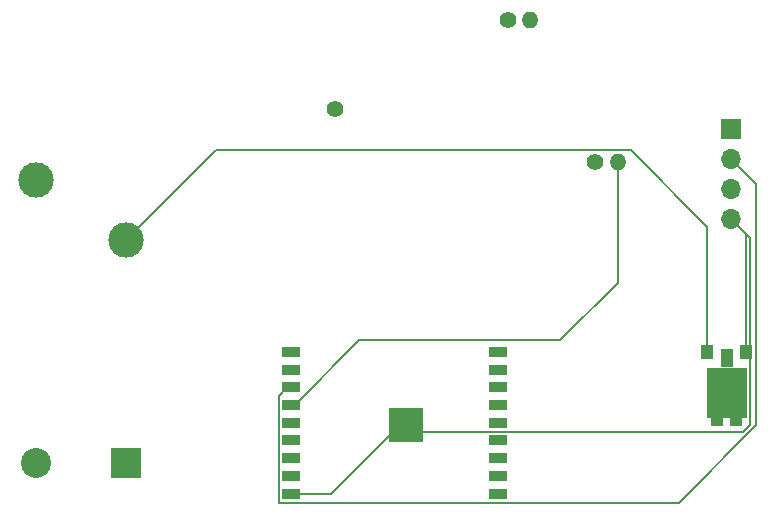
<source format=gbr>
%TF.GenerationSoftware,KiCad,Pcbnew,9.0.0*%
%TF.CreationDate,2025-04-09T12:13:31+05:30*%
%TF.ProjectId,iot-waterpump,696f742d-7761-4746-9572-70756d702e6b,rev?*%
%TF.SameCoordinates,Original*%
%TF.FileFunction,Copper,L1,Top*%
%TF.FilePolarity,Positive*%
%FSLAX46Y46*%
G04 Gerber Fmt 4.6, Leading zero omitted, Abs format (unit mm)*
G04 Created by KiCad (PCBNEW 9.0.0) date 2025-04-09 12:13:31*
%MOMM*%
%LPD*%
G01*
G04 APERTURE LIST*
%TA.AperFunction,ComponentPad*%
%ADD10O,1.700000X1.700000*%
%TD*%
%TA.AperFunction,ComponentPad*%
%ADD11R,1.700000X1.700000*%
%TD*%
%TA.AperFunction,ComponentPad*%
%ADD12O,1.400000X1.400000*%
%TD*%
%TA.AperFunction,ComponentPad*%
%ADD13C,1.400000*%
%TD*%
%TA.AperFunction,SMDPad,CuDef*%
%ADD14R,1.000000X0.650000*%
%TD*%
%TA.AperFunction,SMDPad,CuDef*%
%ADD15R,3.400000X4.300000*%
%TD*%
%TA.AperFunction,SMDPad,CuDef*%
%ADD16R,1.000000X1.500000*%
%TD*%
%TA.AperFunction,SMDPad,CuDef*%
%ADD17R,1.100000X1.300000*%
%TD*%
%TA.AperFunction,ComponentPad*%
%ADD18C,2.540000*%
%TD*%
%TA.AperFunction,ComponentPad*%
%ADD19R,2.540000X2.540000*%
%TD*%
%TA.AperFunction,ComponentPad*%
%ADD20C,3.000000*%
%TD*%
%TA.AperFunction,HeatsinkPad*%
%ADD21C,0.600000*%
%TD*%
%TA.AperFunction,HeatsinkPad*%
%ADD22R,2.900000X2.900000*%
%TD*%
%TA.AperFunction,SMDPad,CuDef*%
%ADD23R,1.500000X0.900000*%
%TD*%
%TA.AperFunction,Conductor*%
%ADD24C,0.200000*%
%TD*%
G04 APERTURE END LIST*
D10*
%TO.P,U2,4,GND*%
%TO.N,Net-(J1-Pin_2)*%
X229500000Y-102320000D03*
%TO.P,U2,3,ECHO*%
%TO.N,Net-(U2-ECHO)*%
X229500000Y-99780000D03*
%TO.P,U2,2,TRIG*%
%TO.N,Net-(U1-IO4)*%
X229500000Y-97240000D03*
D11*
%TO.P,U2,1,VCC*%
%TO.N,+5V*%
X229500000Y-94700000D03*
%TD*%
D12*
%TO.P,R3,2*%
%TO.N,Net-(U1-IO5)*%
X219900000Y-97500000D03*
D13*
%TO.P,R3,1*%
%TO.N,Net-(U2-ECHO)*%
X218000000Y-97500000D03*
%TD*%
D12*
%TO.P,R2,2*%
%TO.N,Net-(U2-ECHO)*%
X212495000Y-85500000D03*
D13*
%TO.P,R2,1*%
%TO.N,Net-(J1-Pin_2)*%
X210595000Y-85500000D03*
%TD*%
D14*
%TO.P,M1,SH*%
%TO.N,N/C*%
X229950000Y-119520000D03*
D15*
X229150000Y-117045000D03*
D16*
X229150000Y-114145000D03*
D14*
X228350000Y-119520000D03*
D17*
%TO.P,M1,2,-*%
%TO.N,Net-(J1-Pin_2)*%
X230800000Y-113645000D03*
%TO.P,M1,1,+*%
%TO.N,Net-(M1-+)*%
X227500000Y-113645000D03*
%TD*%
D18*
%TO.P,K1,A2*%
%TO.N,Net-(J1-Pin_2)*%
X170680000Y-123000000D03*
D19*
%TO.P,K1,A1*%
%TO.N,+5V*%
X178300000Y-123000000D03*
D20*
%TO.P,K1,14*%
%TO.N,unconnected-(K1-Pad14)*%
X170680000Y-99060000D03*
%TO.P,K1,11*%
%TO.N,Net-(M1-+)*%
X178300000Y-104100000D03*
%TD*%
D13*
%TO.P,J1,1,Pin_1*%
%TO.N,+5V*%
X196000000Y-93000000D03*
%TD*%
D21*
%TO.P,U1,19,GND*%
%TO.N,Net-(J1-Pin_2)*%
X203060000Y-120350000D03*
X203060000Y-119250000D03*
X202510000Y-120900000D03*
X202510000Y-119800000D03*
X202510000Y-118700000D03*
X201960000Y-120350000D03*
D22*
X201960000Y-119800000D03*
D21*
X201960000Y-119250000D03*
X201410000Y-120900000D03*
X201410000Y-119800000D03*
X201410000Y-118700000D03*
X200860000Y-120350000D03*
X200860000Y-119250000D03*
D23*
%TO.P,U1,18,IO0*%
%TO.N,unconnected-(U1-IO0-Pad18)*%
X209750000Y-113600000D03*
%TO.P,U1,17,IO1*%
%TO.N,unconnected-(U1-IO1-Pad17)*%
X209750000Y-115100000D03*
%TO.P,U1,16,IO2*%
%TO.N,unconnected-(U1-IO2-Pad16)*%
X209750000Y-116600000D03*
%TO.P,U1,15,IO3*%
%TO.N,unconnected-(U1-IO3-Pad15)*%
X209750000Y-118100000D03*
%TO.P,U1,14,IO19*%
%TO.N,unconnected-(U1-IO19-Pad14)*%
X209750000Y-119600000D03*
%TO.P,U1,13,IO18*%
%TO.N,unconnected-(U1-IO18-Pad13)*%
X209750000Y-121100000D03*
%TO.P,U1,12,IO21/TXD*%
%TO.N,unconnected-(U1-IO21{slash}TXD-Pad12)*%
X209750000Y-122600000D03*
%TO.P,U1,11,IO20/RXD*%
%TO.N,unconnected-(U1-IO20{slash}RXD-Pad11)*%
X209750000Y-124100000D03*
%TO.P,U1,10,IO10*%
%TO.N,unconnected-(U1-IO10-Pad10)*%
X209750000Y-125600000D03*
%TO.P,U1,9,GND*%
%TO.N,Net-(J1-Pin_2)*%
X192250000Y-125600000D03*
%TO.P,U1,8,IO9*%
%TO.N,unconnected-(U1-IO9-Pad8)*%
X192250000Y-124100000D03*
%TO.P,U1,7,IO8*%
%TO.N,unconnected-(U1-IO8-Pad7)*%
X192250000Y-122600000D03*
%TO.P,U1,6,IO7*%
%TO.N,unconnected-(U1-IO7-Pad6)*%
X192250000Y-121100000D03*
%TO.P,U1,5,IO6*%
%TO.N,unconnected-(U1-IO6-Pad5)*%
X192250000Y-119600000D03*
%TO.P,U1,4,IO5*%
%TO.N,Net-(U1-IO5)*%
X192250000Y-118100000D03*
%TO.P,U1,3,IO4*%
%TO.N,Net-(U1-IO4)*%
X192250000Y-116600000D03*
%TO.P,U1,2,EN*%
%TO.N,unconnected-(U1-EN-Pad2)*%
X192250000Y-115100000D03*
%TO.P,U1,1,3V3*%
%TO.N,unconnected-(U1-3V3-Pad1)*%
X192250000Y-113600000D03*
%TD*%
D24*
%TO.N,Net-(M1-+)*%
X185901000Y-96499000D02*
X178300000Y-104100000D01*
X227500000Y-102991372D02*
X221007628Y-96499000D01*
X227500000Y-113645000D02*
X227500000Y-102991372D01*
X221007628Y-96499000D02*
X185901000Y-96499000D01*
%TO.N,Net-(U1-IO5)*%
X219900000Y-107742836D02*
X219900000Y-97500000D01*
X215041836Y-112601000D02*
X219900000Y-107742836D01*
X192550000Y-118100000D02*
X198049000Y-112601000D01*
X198049000Y-112601000D02*
X215041836Y-112601000D01*
X192250000Y-118100000D02*
X192550000Y-118100000D01*
%TO.N,Net-(U1-IO4)*%
X191199000Y-117349000D02*
X191948000Y-116600000D01*
X225113100Y-126351000D02*
X191199000Y-126351000D01*
X231651000Y-119813100D02*
X225113100Y-126351000D01*
X191948000Y-116600000D02*
X192250000Y-116600000D01*
X231651000Y-99391000D02*
X231651000Y-119813100D01*
X229500000Y-97240000D02*
X231651000Y-99391000D01*
X191199000Y-126351000D02*
X191199000Y-117349000D01*
%TO.N,Net-(J1-Pin_2)*%
X231151000Y-103971000D02*
X229500000Y-102320000D01*
X231151000Y-119746000D02*
X231151000Y-103971000D01*
X230547000Y-120350000D02*
X231151000Y-119746000D01*
X203060000Y-120350000D02*
X230547000Y-120350000D01*
X195610000Y-125600000D02*
X200860000Y-120350000D01*
X192250000Y-125600000D02*
X195610000Y-125600000D01*
X230800000Y-103620000D02*
X229500000Y-102320000D01*
X230800000Y-113645000D02*
X230800000Y-103620000D01*
%TD*%
M02*

</source>
